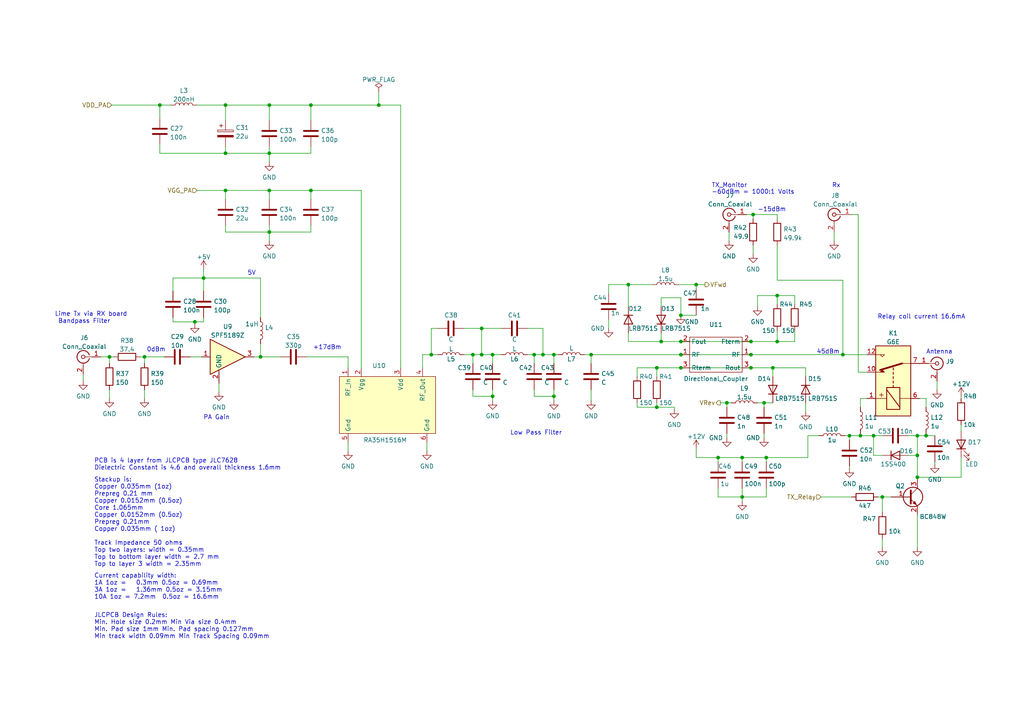
<source format=kicad_sch>
(kicad_sch (version 20211123) (generator eeschema)
  (paper "A4")
  (lib_symbols
    (symbol "1N4148_1" (pin_numbers hide) (pin_names hide)
      (property "Reference" "D" (at 0 2.54 0))
      (property "Value" "1N4148_1" (at 0 -2.54 0))
      (symbol "1N4148_1_0_1"
        (polyline (pts (xy -1.27 1.27) (xy -1.27 -1.27)) (stroke (width 0.254)))
        (polyline (pts (xy 1.27 0) (xy -1.27 0)))
        (polyline (pts (xy 1.27 1.27) (xy 1.27 -1.27) (xy -1.27 0) (xy 1.27 1.27)) (stroke (width 0.254)))
      )
      (symbol "1N4148_1_1_1"
        (pin passive line (at -3.81 0 0) (length 2.54) (name "K") (number "1"))
        (pin passive line (at 3.81 0 180) (length 2.54) (name "A") (number "2"))
      )
    )
    (symbol "1N4148_2" (pin_numbers hide) (pin_names hide)
      (property "Reference" "D" (at 0 2.54 0))
      (property "Value" "1N4148_2" (at 0 -2.54 0))
      (symbol "1N4148_2_0_1"
        (polyline (pts (xy -1.27 1.27) (xy -1.27 -1.27)) (stroke (width 0.254)))
        (polyline (pts (xy 1.27 0) (xy -1.27 0)))
        (polyline (pts (xy 1.27 1.27) (xy 1.27 -1.27) (xy -1.27 0) (xy 1.27 1.27)) (stroke (width 0.254)))
      )
      (symbol "1N4148_2_1_1"
        (pin passive line (at -3.81 0 0) (length 2.54) (name "K") (number "1"))
        (pin passive line (at 3.81 0 180) (length 2.54) (name "A") (number "2"))
      )
    )
    (symbol "1N4148_3" (pin_numbers hide) (pin_names hide)
      (property "Reference" "D" (at 0 2.54 0))
      (property "Value" "1N4148_3" (at 0 -2.54 0))
      (symbol "1N4148_3_0_1"
        (polyline (pts (xy -1.27 1.27) (xy -1.27 -1.27)) (stroke (width 0.254)))
        (polyline (pts (xy 1.27 0) (xy -1.27 0)))
        (polyline (pts (xy 1.27 1.27) (xy 1.27 -1.27) (xy -1.27 0) (xy 1.27 1.27)) (stroke (width 0.254)))
      )
      (symbol "1N4148_3_1_1"
        (pin passive line (at -3.81 0 0) (length 2.54) (name "K") (number "1"))
        (pin passive line (at 3.81 0 180) (length 2.54) (name "A") (number "2"))
      )
    )
    (symbol "1N4148_4" (pin_numbers hide) (pin_names hide)
      (property "Reference" "D" (at 0 2.54 0))
      (property "Value" "1N4148_4" (at 0 -2.54 0))
      (symbol "1N4148_4_0_1"
        (polyline (pts (xy -1.27 1.27) (xy -1.27 -1.27)) (stroke (width 0.254)))
        (polyline (pts (xy 1.27 0) (xy -1.27 0)))
        (polyline (pts (xy 1.27 1.27) (xy 1.27 -1.27) (xy -1.27 0) (xy 1.27 1.27)) (stroke (width 0.254)))
      )
      (symbol "1N4148_4_1_1"
        (pin passive line (at -3.81 0 0) (length 2.54) (name "K") (number "1"))
        (pin passive line (at 3.81 0 180) (length 2.54) (name "A") (number "2"))
      )
    )
    (symbol "Connector:Conn_Coaxial" (pin_names (offset 1.016) hide)
      (property "Reference" "J" (at 0.254 3.048 0))
      (property "Value" "Conn_Coaxial" (at 2.921 0 90))
      (symbol "Conn_Coaxial_0_1"
        (arc (start -1.778 -0.508) (mid 0.222 -1.808) (end 1.778 0) (stroke (width 0.254)))
        (polyline (pts (xy -2.54 0) (xy -0.508 0)))
        (polyline (pts (xy 0 -2.54) (xy 0 -1.778)))
        (circle (center 0 0) (radius 0.508) (stroke (width 0.2032)))
        (arc (start 1.778 0) (mid 0.222 1.8083) (end -1.778 0.508) (stroke (width 0.254)))
      )
      (symbol "Conn_Coaxial_1_1"
        (pin passive line (at -5.08 0 0) (length 2.54) (name "In") (number "1"))
        (pin passive line (at 0 -5.08 90) (length 2.54) (name "Ext") (number "2"))
      )
    )
    (symbol "Device:C" (pin_numbers hide) (pin_names (offset 0.254))
      (property "Reference" "C" (at 0.635 2.54 0))
      (property "Value" "C" (at 0.635 -2.54 0))
      (symbol "C_0_1"
        (polyline (pts (xy -2.032 -0.762) (xy 2.032 -0.762)) (stroke (width 0.508)))
        (polyline (pts (xy -2.032 0.762) (xy 2.032 0.762)) (stroke (width 0.508)))
      )
      (symbol "C_1_1"
        (pin passive line (at 0 3.81 270) (length 2.794) (name "~") (number "1"))
        (pin passive line (at 0 -3.81 90) (length 2.794) (name "~") (number "2"))
      )
    )
    (symbol "Device:C_Polarized" (pin_numbers hide) (pin_names (offset 0.254))
      (property "Reference" "C" (at 0.635 2.54 0))
      (property "Value" "C_Polarized" (at 0.635 -2.54 0))
      (symbol "C_Polarized_0_1"
        (rectangle (start -2.286 0.508) (end 2.286 1.016))
        (polyline (pts (xy -1.778 2.286) (xy -0.762 2.286)))
        (polyline (pts (xy -1.27 2.794) (xy -1.27 1.778)))
        (rectangle (start 2.286 -0.508) (end -2.286 -1.016) (fill (type outline)))
      )
      (symbol "C_Polarized_1_1"
        (pin passive line (at 0 3.81 270) (length 2.794) (name "~") (number "1"))
        (pin passive line (at 0 -3.81 90) (length 2.794) (name "~") (number "2"))
      )
    )
    (symbol "Device:L" (pin_numbers hide) (pin_names (offset 1.016) hide)
      (property "Reference" "L" (at -1.27 0 90))
      (property "Value" "L" (at 1.905 0 90))
      (symbol "L_0_1"
        (arc (start 0 -2.54) (mid 0.635 -1.905) (end 0 -1.27))
        (arc (start 0 -1.27) (mid 0.635 -0.635) (end 0 0))
        (arc (start 0 0) (mid 0.635 0.635) (end 0 1.27))
        (arc (start 0 1.27) (mid 0.635 1.905) (end 0 2.54))
      )
      (symbol "L_1_1"
        (pin passive line (at 0 3.81 270) (length 1.27) (name "1") (number "1"))
        (pin passive line (at 0 -3.81 90) (length 1.27) (name "2") (number "2"))
      )
    )
    (symbol "Device:LED" (pin_numbers hide) (pin_names (offset 1.016) hide)
      (property "Reference" "D" (at 0 2.54 0))
      (property "Value" "LED" (at 0 -2.54 0))
      (symbol "LED_0_1"
        (polyline (pts (xy -1.27 -1.27) (xy -1.27 1.27)) (stroke (width 0.254)))
        (polyline (pts (xy -1.27 0) (xy 1.27 0)))
        (polyline (pts (xy 1.27 -1.27) (xy 1.27 1.27) (xy -1.27 0) (xy 1.27 -1.27)) (stroke (width 0.254)))
        (polyline (pts (xy -3.048 -0.762) (xy -4.572 -2.286) (xy -3.81 -2.286) (xy -4.572 -2.286) (xy -4.572 -1.524)))
        (polyline (pts (xy -1.778 -0.762) (xy -3.302 -2.286) (xy -2.54 -2.286) (xy -3.302 -2.286) (xy -3.302 -1.524)))
      )
      (symbol "LED_1_1"
        (pin passive line (at -3.81 0 0) (length 2.54) (name "K") (number "1"))
        (pin passive line (at 3.81 0 180) (length 2.54) (name "A") (number "2"))
      )
    )
    (symbol "Device:R" (pin_numbers hide) (pin_names (offset 0))
      (property "Reference" "R" (at 2.032 0 90))
      (property "Value" "R" (at 0 0 90))
      (symbol "R_0_1"
        (rectangle (start -1.016 -2.54) (end 1.016 2.54) (stroke (width 0.254)))
      )
      (symbol "R_1_1"
        (pin passive line (at 0 3.81 270) (length 1.27) (name "~") (number "1"))
        (pin passive line (at 0 -3.81 90) (length 1.27) (name "~") (number "2"))
      )
    )
    (symbol "Diode:1N4148" (pin_numbers hide) (pin_names hide)
      (property "Reference" "D" (at 0 2.54 0))
      (property "Value" "1N4148" (at 0 -2.54 0))
      (symbol "1N4148_0_1"
        (polyline (pts (xy -1.27 1.27) (xy -1.27 -1.27)) (stroke (width 0.254)))
        (polyline (pts (xy 1.27 0) (xy -1.27 0)))
        (polyline (pts (xy 1.27 1.27) (xy 1.27 -1.27) (xy -1.27 0) (xy 1.27 1.27)) (stroke (width 0.254)))
      )
      (symbol "1N4148_1_1"
        (pin passive line (at -3.81 0 0) (length 2.54) (name "K") (number "1"))
        (pin passive line (at 3.81 0 180) (length 2.54) (name "A") (number "2"))
      )
    )
    (symbol "Pi_PA:Directional_Coupler"
      (property "Reference" "U?" (at -2.54 6.35 0))
      (property "Value" "Directional_Coupler" (at 1.27 -6.35 0))
      (symbol "Directional_Coupler_0_1"
        (rectangle (start -7.62 5.08) (end 7.62 -5.08) (stroke (width 0.1524)))
      )
      (symbol "Directional_Coupler_1_1"
        (pin passive line (at -10.16 0 0) (length 2.54) (name "RF") (number "1"))
        (pin passive line (at 10.16 0 180) (length 2.54) (name "RF") (number "1"))
        (pin passive line (at -10.16 3.81 0) (length 2.54) (name "Fout") (number "2"))
        (pin passive line (at 10.16 3.81 180) (length 2.54) (name "Fterm") (number "2"))
        (pin passive line (at 10.16 -3.81 180) (length 2.54) (name "Rout") (number "3"))
        (pin passive line (at -10.16 -3.81 0) (length 2.54) (name "Rterm") (number "3"))
      )
    )
    (symbol "Pi_PA:RA35H1516M"
      (property "Reference" "U" (at -17.78 10.16 0))
      (property "Value" "RA35H1516M" (at 0 -10.16 0))
      (symbol "RA35H1516M_0_1"
        (rectangle (start -13.97 -7.62) (end 13.97 8.89) (stroke (width 0.1524)) (fill (type background)))
      )
      (symbol "RA35H1516M_1_1"
        (pin input line (at -11.43 11.43 270) (length 2.54) (name "RF_In") (number "1"))
        (pin power_in line (at -7.62 11.43 270) (length 2.54) (name "Vgg") (number "2"))
        (pin power_in line (at 3.81 11.43 270) (length 2.54) (name "Vdd") (number "3"))
        (pin output line (at 10.16 11.43 270) (length 2.54) (name "RF_Out") (number "4"))
        (pin power_in line (at -11.43 -10.16 90) (length 2.54) (name "Gnd") (number "5"))
        (pin power_in line (at 11.43 -10.16 90) (length 2.54) (name "Gnd") (number "6"))
      )
    )
    (symbol "RF_Amplifier:SPF5189Z"
      (property "Reference" "U" (at -1.27 7.62 0))
      (property "Value" "SPF5189Z" (at 2.54 5.08 0))
      (symbol "SPF5189Z_0_1"
        (polyline (pts (xy 5.08 0) (xy -5.08 5.08) (xy -5.08 -5.08) (xy 5.08 0)) (stroke (width 0.254)) (fill (type background)))
      )
      (symbol "SPF5189Z_1_1"
        (pin input line (at -7.62 0 0) (length 2.54) (name "~") (number "1"))
        (pin power_in line (at -2.54 -7.62 90) (length 3.81) (name "GND") (number "2"))
        (pin output line (at 7.62 0 180) (length 2.54) (name "~") (number "3"))
      )
    )
    (symbol "Relay:G6E"
      (property "Reference" "K" (at 11.43 3.81 0))
      (property "Value" "G6E" (at 11.43 1.27 0))
      (symbol "G6E_0_0"
        (polyline (pts (xy 7.62 5.08) (xy 7.62 2.54) (xy 6.985 3.175) (xy 7.62 3.81)))
        (text "+" (at -4.064 3.556 0) (effects (font (size 1.524 1.524))))
      )
      (symbol "G6E_0_1"
        (rectangle (start -10.16 5.08) (end 10.16 -5.08) (stroke (width 0.254)) (fill (type background)))
        (rectangle (start -8.255 1.905) (end -1.905 -1.905) (stroke (width 0.254)))
        (polyline (pts (xy -7.62 -1.905) (xy -2.54 1.905)) (stroke (width 0.254)))
        (polyline (pts (xy -5.08 -5.08) (xy -5.08 -1.905)))
        (polyline (pts (xy -5.08 5.08) (xy -5.08 1.905)))
        (polyline (pts (xy -1.905 0) (xy -1.27 0)) (stroke (width 0.254)))
        (polyline (pts (xy -0.635 0) (xy 0 0)) (stroke (width 0.254)))
        (polyline (pts (xy 0.635 0) (xy 1.27 0)) (stroke (width 0.254)))
        (polyline (pts (xy 1.905 0) (xy 2.54 0)) (stroke (width 0.254)))
        (polyline (pts (xy 3.175 0) (xy 3.81 0)) (stroke (width 0.254)))
        (polyline (pts (xy 5.08 -2.54) (xy 3.175 3.81)) (stroke (width 0.508)))
        (polyline (pts (xy 5.08 -2.54) (xy 5.08 -5.08)))
        (polyline (pts (xy 2.54 5.08) (xy 2.54 2.54) (xy 3.175 3.175) (xy 2.54 3.81)) (fill (type outline)))
      )
      (symbol "G6E_1_1"
        (pin passive line (at -5.08 7.62 270) (length 2.54) (name "~") (number "1"))
        (pin passive line (at 2.54 7.62 270) (length 2.54) (name "~") (number "10"))
        (pin passive line (at 7.62 7.62 270) (length 2.54) (name "~") (number "12"))
        (pin passive line (at -5.08 -7.62 90) (length 2.54) (name "~") (number "6"))
        (pin passive line (at 5.08 -7.62 90) (length 2.54) (name "~") (number "7"))
      )
    )
    (symbol "Transistor_BJT:BC848W" (pin_names (offset 0) hide)
      (property "Reference" "Q" (at 5.08 1.905 0))
      (property "Value" "BC848W" (at 5.08 0 0))
      (symbol "BC848W_0_1"
        (polyline (pts (xy 0.635 0.635) (xy 2.54 2.54)))
        (polyline (pts (xy 0.635 -0.635) (xy 2.54 -2.54) (xy 2.54 -2.54)))
        (polyline (pts (xy 0.635 1.905) (xy 0.635 -1.905) (xy 0.635 -1.905)) (stroke (width 0.508)))
        (polyline (pts (xy 1.27 -1.778) (xy 1.778 -1.27) (xy 2.286 -2.286) (xy 1.27 -1.778) (xy 1.27 -1.778)) (fill (type outline)))
        (circle (center 1.27 0) (radius 2.8194) (stroke (width 0.254)))
      )
      (symbol "BC848W_1_1"
        (pin input line (at -5.08 0 0) (length 5.715) (name "B") (number "1"))
        (pin passive line (at 2.54 -5.08 90) (length 2.54) (name "E") (number "2"))
        (pin passive line (at 2.54 5.08 270) (length 2.54) (name "C") (number "3"))
      )
    )
    (symbol "power:+12V" (power) (pin_names (offset 0))
      (property "Value" "+12V" (at 0 3.556 0))
      (symbol "+12V_0_1"
        (polyline (pts (xy -0.762 1.27) (xy 0 2.54)))
        (polyline (pts (xy 0 0) (xy 0 2.54)))
        (polyline (pts (xy 0 2.54) (xy 0.762 1.27)))
      )
      (symbol "+12V_1_1"
        (pin power_in line (at 0 0 90) (length 0) hide (name "+12V") (number "1"))
      )
    )
    (symbol "power:+5V" (power) (pin_names (offset 0))
      (property "Value" "+5V" (at 0 3.556 0))
      (symbol "+5V_0_1"
        (polyline (pts (xy -0.762 1.27) (xy 0 2.54)))
        (polyline (pts (xy 0 0) (xy 0 2.54)))
        (polyline (pts (xy 0 2.54) (xy 0.762 1.27)))
      )
      (symbol "+5V_1_1"
        (pin power_in line (at 0 0 90) (length 0) hide (name "+5V") (number "1"))
      )
    )
    (symbol "power:GND" (power) (pin_names (offset 0))
      (property "Value" "GND" (at 0 -3.81 0))
      (symbol "GND_0_1"
        (polyline (pts (xy 0 0) (xy 0 -1.27) (xy 1.27 -1.27) (xy 0 -2.54) (xy -1.27 -1.27) (xy 0 -1.27)))
      )
      (symbol "GND_1_1"
        (pin power_in line (at 0 0 270) (length 0) hide (name "GND") (number "1"))
      )
    )
    (symbol "power:PWR_FLAG" (power) (pin_numbers hide) (pin_names (offset 0) hide)
      (property "Value" "PWR_FLAG" (at 0 3.81 0))
      (symbol "PWR_FLAG_0_0"
        (pin power_out line (at 0 0 90) (length 0) (name "pwr") (number "1"))
      )
      (symbol "PWR_FLAG_0_1"
        (polyline (pts (xy 0 0) (xy 0 1.27) (xy -1.016 1.905) (xy 0 2.54) (xy 1.016 1.905) (xy 0 1.27)))
      )
    )
  )
  (junction (at 266.065 126.365))
  (junction (at 157.48 102.87))
  (junction (at 78.105 55.245))
  (junction (at 197.485 91.44))
  (junction (at 46.355 30.48))
  (junction (at 217.805 102.87))
  (junction (at 222.25 132.715))
  (junction (at 65.405 44.45))
  (junction (at 109.855 30.48))
  (junction (at 75.565 103.505))
  (junction (at 78.105 44.45))
  (junction (at 225.425 99.06))
  (junction (at 31.75 103.505))
  (junction (at 217.805 99.06))
  (junction (at 160.655 114.935))
  (junction (at 268.605 126.365))
  (junction (at 244.475 102.87))
  (junction (at 197.485 106.68))
  (junction (at 90.17 30.48))
  (junction (at 56.515 93.345))
  (junction (at 266.065 132.08))
  (junction (at 78.105 67.31))
  (junction (at 197.485 102.87))
  (junction (at 139.7 95.25))
  (junction (at 125.095 102.87))
  (junction (at 221.615 116.84))
  (junction (at 65.405 55.245))
  (junction (at 266.065 138.43))
  (junction (at 59.055 80.645))
  (junction (at 217.805 106.68))
  (junction (at 255.905 144.145))
  (junction (at 208.28 132.715))
  (junction (at 142.875 102.87))
  (junction (at 197.485 99.06))
  (junction (at 253.365 126.365))
  (junction (at 160.655 102.87))
  (junction (at 142.875 114.935))
  (junction (at 225.425 85.725))
  (junction (at 215.265 132.715))
  (junction (at 78.105 30.48))
  (junction (at 218.44 62.23))
  (junction (at 210.82 116.84))
  (junction (at 41.91 103.505))
  (junction (at 191.77 99.06))
  (junction (at 215.265 144.145))
  (junction (at 190.5 118.11))
  (junction (at 154.94 102.87))
  (junction (at 224.155 106.68))
  (junction (at 171.45 102.87))
  (junction (at 246.38 126.365))
  (junction (at 201.93 82.55))
  (junction (at 90.17 55.245))
  (junction (at 137.16 102.87))
  (junction (at 139.7 102.87))
  (junction (at 190.5 106.68))
  (junction (at 182.245 82.55))
  (junction (at 249.555 126.365))
  (junction (at 65.405 30.48))
  (wire (pts (xy 215.265 141.605) (xy 215.265 144.145)))
  (wire (pts (xy 234.315 132.715) (xy 234.315 126.365)))
  (wire (pts (xy 251.46 115.57) (xy 249.555 115.57)))
  (wire (pts (xy 271.145 133.985) (xy 271.145 134.62)))
  (wire (pts (xy 263.525 132.08) (xy 266.065 132.08)))
  (wire (pts (xy 75.565 99.695) (xy 75.565 103.505)))
  (wire (pts (xy 216.535 62.23) (xy 218.44 62.23)))
  (wire (pts (xy 78.105 55.245) (xy 90.17 55.245)))
  (wire (pts (xy 125.095 95.25) (xy 125.095 102.87)))
  (wire (pts (xy 49.53 30.48) (xy 46.355 30.48)))
  (wire (pts (xy 134.62 95.25) (xy 139.7 95.25)))
  (wire (pts (xy 249.555 126.365) (xy 246.38 126.365)))
  (wire (pts (xy 65.405 65.405) (xy 65.405 67.31)))
  (wire (pts (xy 104.775 106.68) (xy 104.775 55.245)))
  (wire (pts (xy 225.425 99.06) (xy 230.505 99.06)))
  (wire (pts (xy 78.105 67.31) (xy 90.17 67.31)))
  (wire (pts (xy 268.605 126.365) (xy 268.605 125.73)))
  (wire (pts (xy 41.91 103.505) (xy 47.625 103.505)))
  (wire (pts (xy 56.515 93.345) (xy 59.055 93.345)))
  (wire (pts (xy 225.425 62.23) (xy 225.425 63.5)))
  (wire (pts (xy 230.505 99.06) (xy 230.505 95.885)))
  (wire (pts (xy 224.155 106.68) (xy 224.155 109.22)))
  (wire (pts (xy 197.485 102.87) (xy 217.805 102.87)))
  (wire (pts (xy 208.915 116.84) (xy 210.82 116.84)))
  (wire (pts (xy 195.58 118.11) (xy 195.58 118.745)))
  (wire (pts (xy 219.71 85.725) (xy 225.425 85.725)))
  (wire (pts (xy 63.5 111.125) (xy 63.5 113.665)))
  (wire (pts (xy 246.38 135.255) (xy 246.38 135.89)))
  (wire (pts (xy 90.17 30.48) (xy 109.855 30.48)))
  (wire (pts (xy 268.605 115.57) (xy 268.605 118.11)))
  (wire (pts (xy 160.655 116.205) (xy 160.655 114.935)))
  (wire (pts (xy 233.68 116.84) (xy 233.68 119.38)))
  (wire (pts (xy 191.77 96.52) (xy 191.77 99.06)))
  (wire (pts (xy 225.425 95.885) (xy 225.425 99.06)))
  (wire (pts (xy 191.77 86.36) (xy 191.77 88.9)))
  (wire (pts (xy 266.065 132.08) (xy 266.065 138.43)))
  (wire (pts (xy 59.055 80.645) (xy 75.565 80.645)))
  (wire (pts (xy 41.91 103.505) (xy 41.91 105.41)))
  (wire (pts (xy 253.365 126.365) (xy 253.365 132.08)))
  (wire (pts (xy 139.7 95.25) (xy 139.7 102.87)))
  (wire (pts (xy 160.655 105.41) (xy 160.655 102.87)))
  (wire (pts (xy 29.21 103.505) (xy 31.75 103.505)))
  (wire (pts (xy 24.13 108.585) (xy 24.13 110.49)))
  (wire (pts (xy 78.105 55.245) (xy 78.105 57.785)))
  (wire (pts (xy 210.82 125.73) (xy 210.82 127)))
  (wire (pts (xy 75.565 103.505) (xy 81.28 103.505)))
  (wire (pts (xy 233.68 106.68) (xy 233.68 109.22)))
  (wire (pts (xy 142.875 116.205) (xy 142.875 114.935)))
  (wire (pts (xy 246.38 126.365) (xy 246.38 127.635)))
  (wire (pts (xy 225.425 71.12) (xy 225.425 81.28)))
  (wire (pts (xy 271.78 110.49) (xy 271.78 113.03)))
  (wire (pts (xy 59.055 92.075) (xy 59.055 93.345)))
  (wire (pts (xy 184.785 106.68) (xy 184.785 109.22)))
  (wire (pts (xy 278.765 132.715) (xy 278.765 138.43)))
  (wire (pts (xy 157.48 102.87) (xy 160.655 102.87)))
  (wire (pts (xy 191.77 99.06) (xy 197.485 99.06)))
  (wire (pts (xy 217.805 102.87) (xy 244.475 102.87)))
  (wire (pts (xy 78.105 30.48) (xy 90.17 30.48)))
  (wire (pts (xy 171.45 102.87) (xy 171.45 105.41)))
  (wire (pts (xy 219.71 88.9) (xy 219.71 85.725)))
  (wire (pts (xy 266.065 126.365) (xy 268.605 126.365)))
  (wire (pts (xy 217.805 99.06) (xy 225.425 99.06)))
  (wire (pts (xy 184.785 118.11) (xy 190.5 118.11)))
  (wire (pts (xy 210.82 116.84) (xy 212.09 116.84)))
  (wire (pts (xy 208.28 144.145) (xy 215.265 144.145)))
  (wire (pts (xy 201.93 132.715) (xy 208.28 132.715)))
  (wire (pts (xy 65.405 57.785) (xy 65.405 55.245)))
  (wire (pts (xy 197.485 91.44) (xy 197.485 86.36)))
  (wire (pts (xy 215.265 144.145) (xy 222.25 144.145)))
  (wire (pts (xy 176.53 82.55) (xy 176.53 85.09)))
  (wire (pts (xy 190.5 106.68) (xy 190.5 109.22)))
  (wire (pts (xy 221.615 116.84) (xy 221.615 118.11)))
  (wire (pts (xy 182.245 96.52) (xy 182.245 99.06)))
  (wire (pts (xy 154.94 102.87) (xy 154.94 105.41)))
  (wire (pts (xy 255.905 144.145) (xy 255.905 148.59)))
  (wire (pts (xy 215.265 132.715) (xy 215.265 133.985)))
  (wire (pts (xy 208.28 132.715) (xy 215.265 132.715)))
  (wire (pts (xy 190.5 106.68) (xy 197.485 106.68)))
  (wire (pts (xy 215.265 132.715) (xy 222.25 132.715)))
  (wire (pts (xy 247.015 62.23) (xy 248.92 62.23)))
  (wire (pts (xy 123.825 128.27) (xy 123.825 130.81)))
  (wire (pts (xy 278.765 123.19) (xy 278.765 125.095)))
  (wire (pts (xy 221.615 116.84) (xy 224.155 116.84)))
  (wire (pts (xy 197.485 91.44) (xy 201.93 91.44)))
  (wire (pts (xy 253.365 132.08) (xy 255.905 132.08)))
  (wire (pts (xy 65.405 67.31) (xy 78.105 67.31)))
  (wire (pts (xy 153.035 95.25) (xy 157.48 95.25)))
  (wire (pts (xy 65.405 30.48) (xy 57.15 30.48)))
  (wire (pts (xy 31.75 103.505) (xy 33.02 103.505)))
  (wire (pts (xy 218.44 71.12) (xy 218.44 73.66)))
  (wire (pts (xy 201.93 82.55) (xy 204.47 82.55)))
  (wire (pts (xy 249.555 126.365) (xy 249.555 125.73)))
  (wire (pts (xy 78.105 65.405) (xy 78.105 67.31)))
  (wire (pts (xy 56.515 93.345) (xy 56.515 93.98)))
  (wire (pts (xy 225.425 81.28) (xy 244.475 81.28)))
  (wire (pts (xy 197.485 99.06) (xy 217.805 99.06)))
  (wire (pts (xy 208.28 141.605) (xy 208.28 144.145)))
  (wire (pts (xy 50.165 93.345) (xy 56.515 93.345)))
  (wire (pts (xy 266.7 115.57) (xy 268.605 115.57)))
  (wire (pts (xy 139.7 102.87) (xy 142.875 102.87)))
  (wire (pts (xy 266.065 138.43) (xy 278.765 138.43)))
  (wire (pts (xy 78.105 44.45) (xy 78.105 46.99)))
  (wire (pts (xy 210.82 116.84) (xy 210.82 118.11)))
  (wire (pts (xy 266.065 149.225) (xy 266.065 158.75)))
  (wire (pts (xy 196.85 82.55) (xy 201.93 82.55)))
  (wire (pts (xy 222.25 132.715) (xy 234.315 132.715)))
  (wire (pts (xy 109.855 30.48) (xy 116.205 30.48)))
  (wire (pts (xy 224.155 106.68) (xy 233.68 106.68)))
  (wire (pts (xy 50.165 80.645) (xy 59.055 80.645)))
  (wire (pts (xy 153.035 102.87) (xy 154.94 102.87)))
  (wire (pts (xy 127 95.25) (xy 125.095 95.25)))
  (wire (pts (xy 169.545 102.87) (xy 171.45 102.87)))
  (wire (pts (xy 248.92 107.95) (xy 251.46 107.95)))
  (wire (pts (xy 46.355 30.48) (xy 46.355 34.29)))
  (wire (pts (xy 255.905 126.365) (xy 253.365 126.365)))
  (wire (pts (xy 65.405 30.48) (xy 65.405 34.925)))
  (wire (pts (xy 266.065 132.08) (xy 266.065 126.365)))
  (wire (pts (xy 221.615 125.73) (xy 221.615 127)))
  (wire (pts (xy 254.635 144.145) (xy 255.905 144.145)))
  (wire (pts (xy 78.105 67.31) (xy 78.105 69.85)))
  (wire (pts (xy 137.16 114.935) (xy 137.16 113.03)))
  (wire (pts (xy 176.53 82.55) (xy 182.245 82.55)))
  (wire (pts (xy 184.785 106.68) (xy 190.5 106.68)))
  (wire (pts (xy 241.935 67.31) (xy 241.935 69.85)))
  (wire (pts (xy 90.17 44.45) (xy 90.17 42.545)))
  (wire (pts (xy 160.655 114.935) (xy 154.94 114.935)))
  (wire (pts (xy 142.875 113.03) (xy 142.875 114.935)))
  (wire (pts (xy 244.475 102.87) (xy 251.46 102.87)))
  (wire (pts (xy 197.485 86.36) (xy 191.77 86.36)))
  (wire (pts (xy 90.17 55.245) (xy 104.775 55.245)))
  (wire (pts (xy 46.355 41.91) (xy 46.355 44.45)))
  (wire (pts (xy 142.875 102.87) (xy 145.415 102.87)))
  (wire (pts (xy 125.095 102.87) (xy 127 102.87)))
  (wire (pts (xy 182.245 99.06) (xy 191.77 99.06)))
  (wire (pts (xy 154.94 102.87) (xy 157.48 102.87)))
  (wire (pts (xy 160.655 113.03) (xy 160.655 114.935)))
  (wire (pts (xy 46.355 30.48) (xy 32.385 30.48)))
  (wire (pts (xy 190.5 118.11) (xy 195.58 118.11)))
  (wire (pts (xy 78.105 34.925) (xy 78.105 30.48)))
  (wire (pts (xy 90.17 30.48) (xy 90.17 34.925)))
  (wire (pts (xy 255.905 156.21) (xy 255.905 158.75)))
  (wire (pts (xy 197.485 106.68) (xy 217.805 106.68)))
  (wire (pts (xy 65.405 42.545) (xy 65.405 44.45)))
  (wire (pts (xy 78.105 42.545) (xy 78.105 44.45)))
  (wire (pts (xy 142.875 102.87) (xy 142.875 105.41)))
  (wire (pts (xy 171.45 102.87) (xy 197.485 102.87)))
  (wire (pts (xy 176.53 92.71) (xy 176.53 95.25)))
  (wire (pts (xy 215.265 144.145) (xy 215.265 145.415)))
  (wire (pts (xy 182.245 82.55) (xy 189.23 82.55)))
  (wire (pts (xy 31.75 113.03) (xy 31.75 115.57)))
  (wire (pts (xy 249.555 115.57) (xy 249.555 118.11)))
  (wire (pts (xy 278.765 114.935) (xy 278.765 115.57)))
  (wire (pts (xy 40.64 103.505) (xy 41.91 103.505)))
  (wire (pts (xy 78.105 44.45) (xy 90.17 44.45)))
  (wire (pts (xy 218.44 62.23) (xy 225.425 62.23)))
  (wire (pts (xy 50.165 80.645) (xy 50.165 84.455)))
  (wire (pts (xy 171.45 113.03) (xy 171.45 116.205)))
  (wire (pts (xy 184.785 116.84) (xy 184.785 118.11)))
  (wire (pts (xy 90.17 67.31) (xy 90.17 65.405)))
  (wire (pts (xy 238.125 144.145) (xy 247.015 144.145)))
  (wire (pts (xy 255.905 144.145) (xy 258.445 144.145)))
  (wire (pts (xy 142.875 114.935) (xy 137.16 114.935)))
  (wire (pts (xy 182.245 82.55) (xy 182.245 88.9)))
  (wire (pts (xy 160.655 102.87) (xy 161.925 102.87)))
  (wire (pts (xy 137.16 105.41) (xy 137.16 102.87)))
  (wire (pts (xy 234.315 126.365) (xy 237.49 126.365)))
  (wire (pts (xy 248.92 62.23) (xy 248.92 107.95)))
  (wire (pts (xy 244.475 81.28) (xy 244.475 102.87)))
  (wire (pts (xy 73.66 103.505) (xy 75.565 103.505)))
  (wire (pts (xy 100.965 128.27) (xy 100.965 130.81)))
  (wire (pts (xy 55.245 103.505) (xy 58.42 103.505)))
  (wire (pts (xy 46.355 44.45) (xy 65.405 44.45)))
  (wire (pts (xy 211.455 67.31) (xy 211.455 69.85)))
  (wire (pts (xy 154.94 114.935) (xy 154.94 113.03)))
  (wire (pts (xy 90.17 55.245) (xy 90.17 57.785)))
  (wire (pts (xy 65.405 44.45) (xy 78.105 44.45)))
  (wire (pts (xy 59.055 80.645) (xy 59.055 84.455)))
  (wire (pts (xy 59.055 78.105) (xy 59.055 80.645)))
  (wire (pts (xy 116.205 30.48) (xy 116.205 106.68)))
  (wire (pts (xy 263.525 126.365) (xy 266.065 126.365)))
  (wire (pts (xy 75.565 92.075) (xy 75.565 80.645)))
  (wire (pts (xy 57.15 55.245) (xy 65.405 55.245)))
  (wire (pts (xy 201.93 130.175) (xy 201.93 132.715)))
  (wire (pts (xy 218.44 62.23) (xy 218.44 63.5)))
  (wire (pts (xy 253.365 126.365) (xy 249.555 126.365)))
  (wire (pts (xy 230.505 85.725) (xy 230.505 88.265)))
  (wire (pts (xy 134.62 102.87) (xy 137.16 102.87)))
  (wire (pts (xy 266.065 138.43) (xy 266.065 139.065)))
  (wire (pts (xy 41.91 113.03) (xy 41.91 115.57)))
  (wire (pts (xy 208.28 133.985) (xy 208.28 132.715)))
  (wire (pts (xy 122.555 102.87) (xy 125.095 102.87)))
  (wire (pts (xy 31.75 103.505) (xy 31.75 105.41)))
  (wire (pts (xy 88.9 103.505) (xy 100.965 103.505)))
  (wire (pts (xy 100.965 103.505) (xy 100.965 106.68)))
  (wire (pts (xy 109.855 26.67) (xy 109.855 30.48)))
  (wire (pts (xy 201.93 82.55) (xy 201.93 83.82)))
  (wire (pts (xy 137.16 102.87) (xy 139.7 102.87)))
  (wire (pts (xy 50.165 92.075) (xy 50.165 93.345)))
  (wire (pts (xy 222.25 144.145) (xy 222.25 141.605)))
  (wire (pts (xy 245.11 126.365) (xy 246.38 126.365)))
  (wire (pts (xy 225.425 85.725) (xy 230.505 85.725)))
  (wire (pts (xy 225.425 85.725) (xy 225.425 88.265)))
  (wire (pts (xy 139.7 95.25) (xy 145.415 95.25)))
  (wire (pts (xy 65.405 55.245) (xy 78.105 55.245)))
  (wire (pts (xy 219.71 116.84) (xy 221.615 116.84)))
  (wire (pts (xy 222.25 132.715) (xy 222.25 133.985)))
  (wire (pts (xy 157.48 95.25) (xy 157.48 102.87)))
  (wire (pts (xy 122.555 106.68) (xy 122.555 102.87)))
  (wire (pts (xy 217.805 106.68) (xy 224.155 106.68)))
  (wire (pts (xy 268.605 126.365) (xy 271.145 126.365)))
  (wire (pts (xy 190.5 116.84) (xy 190.5 118.11)))
  (wire (pts (xy 65.405 30.48) (xy 78.105 30.48)))
  (text "JLCPCB Design Rules:\nMin. Hole size 0.2mm Min Via size 0.4mm\nMin. Pad size 1mm Min. Pad spacing 0.127mm\nMin track width 0.09mm Min Track Spacing 0.09mm" (at 27.305 185.42 0) (effects (font (size 1.27 1.27)) (justify left bottom)))
  (text "+17dBm" (at 99.06 101.6 180) (effects (font (size 1.27 1.27)) (justify right bottom)))
  (text "Stackup is:\nCopper 0.035mm (1oz)\nPrepreg 0.21 mm\nCopper 0.0152mm (0.5oz)\nCore 1.065mm\nCopper 0.0152mm (0.5oz)\nPrepreg 0.21mm\nCopper 0.035mm ( 1oz)" (at 27.305 154.305 0) (effects (font (size 1.27 1.27)) (justify left bottom)))
  (text "Current capability width:\n1A 1oz =   0.3mm 0.5oz = 0.69mm\n3A 1oz =   1.36mm 0.5oz = 3.15mm\n10A 1oz = 7.2mm  0.5oz = 16.6mm" (at 27.305 173.99 0) (effects (font (size 1.27 1.27)) (justify left bottom)))
  (text "Antenna" (at 268.605 102.87 0) (effects (font (size 1.27 1.27)) (justify left bottom)))
  (text "PA Gain" (at 66.675 121.92 180) (effects (font (size 1.27 1.27)) (justify right bottom)))
  (text "TX_Monitor" (at 206.375 54.61 0) (effects (font (size 1.27 1.27)) (justify left bottom)))
  (text "45dBm\n" (at 236.855 102.87 0) (effects (font (size 1.27 1.27)) (justify left bottom)))
  (text "Lime Tx via RX board\n Bandpass Filter" (at 15.875 93.98 0) (effects (font (size 1.27 1.27)) (justify left bottom)))
  (text "0dBm" (at 42.545 102.235 0) (effects (font (size 1.27 1.27)) (justify left bottom)))
  (text "5V" (at 71.755 80.01 0) (effects (font (size 1.27 1.27)) (justify left bottom)))
  (text "Low Pass Filter" (at 147.955 126.365 0) (effects (font (size 1.27 1.27)) (justify left bottom)))
  (text "-60dBm = 1000:1 Volts" (at 206.375 56.515 0) (effects (font (size 1.27 1.27)) (justify left bottom)))
  (text "-15dBm" (at 219.71 61.595 0) (effects (font (size 1.27 1.27)) (justify left bottom)))
  (text "Track Impedance 50 ohms\nTop two layers: width = 0.35mm\nTop to bottom layer width = 2.7 mm\nTop to layer 3 width = 2.35mm" (at 27.305 164.465 0) (effects (font (size 1.27 1.27)) (justify left bottom)))
  (text "Rx" (at 241.3 54.61 0) (effects (font (size 1.27 1.27)) (justify left bottom)))
  (text "Relay coil current 16.6mA\n" (at 280.035 92.71 180) (effects (font (size 1.27 1.27)) (justify right bottom)))
  (text "PCB is 4 layer from JLCPCB type JLC7628\nDielectric Constant is 4.6 and overall thickness 1.6mm" (at 27.305 136.525 0) (effects (font (size 1.27 1.27)) (justify left bottom)))
  (hierarchical_label "TX_Relay" (shape input) (at 238.125 144.145 180))
  (hierarchical_label "VRev" (shape output) (at 208.915 116.84 180))
  (hierarchical_label "VDD_PA" (shape input) (at 32.385 30.48 180))
  (hierarchical_label "VGG_PA" (shape input) (at 57.15 55.245 180))
  (hierarchical_label "VFwd" (shape output) (at 204.47 82.55 0))
  (symbol (lib_id "power:GND") (at 197.485 91.44 0) (unit 1)
    (property "Reference" "#PWR085" (effects hide))
    (property "Value" "GND" (at 200.66 93.345 0))
  )
  (symbol (lib_id "Device:R") (at 225.425 67.31 0) (unit 1)
    (property "Reference" "R43" (at 227.203 66.4753 0) (effects (justify left)))
    (property "Value" "49.9k" (at 227.203 69.0122 0) (effects (justify left)))
    (property "Footprint" "Resistor_SMD:R_0603_1608Metric" (effects hide))
  )
  (symbol (lib_id "Device:R") (at 250.825 144.145 270) (unit 1)
    (property "Reference" "R46" (at 250.825 141.605 90))
    (property "Value" "4k7" (at 250.825 146.685 90))
    (property "Footprint" "Resistor_SMD:R_0603_1608Metric" (effects hide))
  )
  (symbol (lib_id "Device:C") (at 51.435 103.505 270) (unit 1)
    (property "Reference" "C29" (at 51.435 97.6462 90))
    (property "Value" "10n" (at 51.435 100.1831 90))
    (property "Footprint" "Capacitor_SMD:C_0603_1608Metric" (effects hide))
  )
  (symbol (lib_id "power:GND") (at 41.91 115.57 0) (unit 1)
    (property "Reference" "#PWR072" (effects hide))
    (property "Value" "GND" (at 41.91 120.0134 0))
  )
  (symbol (lib_id "power:GND") (at 195.58 118.745 0) (unit 1)
    (property "Reference" "#PWR084" (effects hide))
    (property "Value" "GND" (at 195.58 123.1884 0))
  )
  (symbol (lib_id "Device:L") (at 75.565 95.885 0) (unit 1)
    (property "Reference" "L4" (at 76.835 95.0503 0) (effects (justify left)))
    (property "Value" "1uH" (at 71.12 93.98 0) (effects (justify left)))
    (property "Footprint" "Inductor_SMD:L_0805_2012Metric" (effects hide))
  )
  (symbol (lib_id "power:+12V") (at 201.93 130.175 0) (unit 1)
    (property "Reference" "#PWR083" (effects hide))
    (property "Value" "+12V" (at 201.93 126.5992 0))
  )
  (symbol (lib_id "power:GND") (at 176.53 95.25 0) (unit 1)
    (property "Reference" "#PWR081" (effects hide))
    (property "Value" "GND" (at 173.355 95.25 0))
  )
  (symbol (lib_id "Device:C") (at 210.82 121.92 0) (unit 1)
    (property "Reference" "C48" (at 213.741 121.0853 0) (effects (justify left)))
    (property "Value" "1n" (at 213.741 123.6222 0) (effects (justify left)))
    (property "Footprint" "Capacitor_SMD:C_0603_1608Metric" (effects hide))
  )
  (symbol (lib_id "Device:L") (at 215.9 116.84 90) (unit 1)
    (property "Reference" "L9" (at 215.9 112.6322 90))
    (property "Value" "1.5u" (at 215.9 115.1691 90))
    (property "Footprint" "Inductor_SMD:L_0805_2012Metric" (effects hide))
  )
  (symbol (lib_id "Device:C") (at 222.25 137.795 0) (unit 1)
    (property "Reference" "C50" (at 222.885 135.255 0) (effects (justify left)))
    (property "Value" "100p" (at 222.885 140.335 0) (effects (justify left)))
    (property "Footprint" "Capacitor_SMD:C_0603_1608Metric" (effects hide))
  )
  (symbol (lib_name "1N4148_3") (lib_id "Diode:1N4148") (at 259.715 132.08 0) (unit 1)
    (property "Reference" "D16" (at 262.89 130.81 0))
    (property "Value" "1SS400" (at 259.08 134.62 0))
    (property "Footprint" "Diode_SMD:D_SOD-523" (effects hide))
    (property "Datasheet" "https://assets.nexperia.com/documents/data-sheet/1N4148_1N4448.pdf" (effects hide))
  )
  (symbol (lib_id "Device:C") (at 154.94 109.22 0) (unit 1)
    (property "Reference" "C42" (at 150.495 106.68 0) (effects (justify left)))
    (property "Value" "C" (at 157.861 110.9222 0) (effects (justify left)))
    (property "Footprint" "Inductor_SMD:L_1206_3216Metric" (effects hide))
  )
  (symbol (lib_id "Device:C") (at 176.53 88.9 0) (unit 1)
    (property "Reference" "C44" (at 172.085 86.36 0) (effects (justify left)))
    (property "Value" "1n" (at 177.165 90.805 0) (effects (justify left)))
    (property "Footprint" "Capacitor_SMD:C_0603_1608Metric" (effects hide))
  )
  (symbol (lib_id "power:GND") (at 56.515 93.98 0) (unit 1)
    (property "Reference" "#PWR073" (effects hide))
    (property "Value" "GND" (at 56.515 98.4234 0))
  )
  (symbol (lib_id "power:GND") (at 255.905 158.75 0) (unit 1)
    (property "Reference" "#PWR095" (effects hide))
    (property "Value" "GND" (at 255.905 163.1934 0))
  )
  (symbol (lib_id "power:GND") (at 271.78 113.03 0) (unit 1)
    (property "Reference" "#PWR098" (effects hide))
    (property "Value" "GND" (at 271.78 117.4734 0))
  )
  (symbol (lib_id "Device:L") (at 53.34 30.48 90) (unit 1)
    (property "Reference" "L3" (at 53.34 26.2722 90))
    (property "Value" "200nH" (at 53.34 28.8091 90))
    (property "Footprint" "Inductor_SMD:L_1812_4532Metric" (effects hide))
  )
  (symbol (lib_id "Device:C_Polarized") (at 65.405 38.735 0) (unit 1)
    (property "Reference" "C31" (at 68.326 37.0113 0) (effects (justify left)))
    (property "Value" "22u" (at 68.326 39.5482 0) (effects (justify left)))
    (property "Footprint" "Capacitor_SMD:CP_Elec_8x6.7" (effects hide))
  )
  (symbol (lib_id "power:GND") (at 219.71 88.9 0) (unit 1)
    (property "Reference" "#PWR090" (effects hide))
    (property "Value" "GND" (at 219.71 93.3434 0))
  )
  (symbol (lib_id "Device:C") (at 85.09 103.505 270) (unit 1)
    (property "Reference" "C35" (at 85.09 97.6462 90))
    (property "Value" "330p" (at 85.09 100.1831 90))
    (property "Footprint" "Capacitor_SMD:C_0603_1608Metric" (effects hide))
  )
  (symbol (lib_id "Device:LED") (at 278.765 128.905 90) (unit 1)
    (property "Reference" "D17" (at 280.67 128.27 90) (effects (justify right)))
    (property "Value" "LED" (at 280.035 134.62 90) (effects (justify right)))
    (property "Footprint" "LED_SMD:LED_0603_1608Metric" (effects hide))
  )
  (symbol (lib_id "Device:C") (at 271.145 130.175 0) (unit 1)
    (property "Reference" "C54" (at 271.78 128.27 0) (effects (justify left)))
    (property "Value" "10n" (at 271.78 132.715 0) (effects (justify left)))
    (property "Footprint" "Capacitor_SMD:C_0603_1608Metric" (effects hide))
  )
  (symbol (lib_id "Device:C") (at 90.17 61.595 0) (unit 1)
    (property "Reference" "C37" (at 93.091 60.7603 0) (effects (justify left)))
    (property "Value" "100p" (at 93.091 63.2972 0) (effects (justify left)))
    (property "Footprint" "Capacitor_SMD:C_0603_1608Metric" (effects hide))
  )
  (symbol (lib_id "Device:C") (at 208.28 137.795 0) (unit 1)
    (property "Reference" "C46" (at 208.28 135.255 0) (effects (justify left)))
    (property "Value" "1u" (at 208.915 140.335 0) (effects (justify left)))
    (property "Footprint" "Capacitor_SMD:C_0603_1608Metric" (effects hide))
  )
  (symbol (lib_id "Device:L") (at 241.3 126.365 90) (unit 1)
    (property "Reference" "L10" (at 241.3 124.46 90))
    (property "Value" "1u" (at 241.3 127.635 90))
    (property "Footprint" "Inductor_SMD:L_0805_2012Metric" (effects hide))
  )
  (symbol (lib_id "power:+12V") (at 278.765 114.935 0) (unit 1)
    (property "Reference" "#PWR099" (effects hide))
    (property "Value" "+12V" (at 278.765 111.3592 0))
  )
  (symbol (lib_id "Pi_PA:RA35H1516M") (at 112.395 118.11 0) (unit 1)
    (property "Reference" "U10" (at 107.95 106.045 0) (effects (justify left)))
    (property "Value" "RA35H1516M" (at 105.41 127.635 0) (effects (justify left)))
    (property "Footprint" "Pi_Tx:RF_PA_Module" (effects hide))
  )
  (symbol (lib_id "Connector:Conn_Coaxial") (at 211.455 62.23 0) (mirror y) (unit 1)
    (property "Reference" "J7" (at 211.7724 56.7036 0))
    (property "Value" "Conn_Coaxial" (at 211.7724 59.2405 0))
    (property "Footprint" "Pi_Tx:SMA_Samtec_SMA-J-P-X-ST-EM1_EdgeMount" (effects hide))
    (property "Datasheet" " ~" (effects hide))
  )
  (symbol (lib_id "Device:L") (at 249.555 121.92 0) (unit 1)
    (property "Reference" "L11" (at 250.825 121.0853 0) (effects (justify left)))
    (property "Value" "1u" (at 250.825 123.6222 0) (effects (justify left)))
    (property "Footprint" "Inductor_SMD:L_0805_2012Metric" (effects hide))
  )
  (symbol (lib_id "power:GND") (at 246.38 135.89 0) (unit 1)
    (property "Reference" "#PWR094" (effects hide))
    (property "Value" "GND" (at 246.38 140.3334 0))
  )
  (symbol (lib_id "power:GND") (at 221.615 127 0) (unit 1)
    (property "Reference" "#PWR091" (effects hide))
    (property "Value" "GND" (at 218.44 127 0))
  )
  (symbol (lib_id "Device:R") (at 218.44 67.31 0) (unit 1)
    (property "Reference" "R42" (at 212.725 66.04 0) (effects (justify left)))
    (property "Value" "49.9" (at 212.725 68.58 0) (effects (justify left)))
    (property "Footprint" "Resistor_SMD:R_0603_1608Metric" (effects hide))
  )
  (symbol (lib_id "power:GND") (at 241.935 69.85 0) (unit 1)
    (property "Reference" "#PWR093" (effects hide))
    (property "Value" "GND" (at 241.935 74.2934 0))
  )
  (symbol (lib_id "Relay:G6E") (at 259.08 110.49 90) (unit 1)
    (property "Reference" "K1" (at 259.08 96.6302 90))
    (property "Value" "G6E" (at 259.08 99.1671 90))
    (property "Footprint" "Relay_THT:Relay_SPDT_Omron_G6E" (effects hide))
    (property "Datasheet" "https://www.omron.com/ecb/products/pdf/en-g6e.pdf" (effects hide))
  )
  (symbol (lib_id "Device:C") (at 130.81 95.25 90) (unit 1)
    (property "Reference" "C38" (at 130.81 91.44 90))
    (property "Value" "C" (at 130.81 98.425 90))
    (property "Footprint" "Inductor_SMD:L_1206_3216Metric" (effects hide))
  )
  (symbol (lib_id "Device:R") (at 230.505 92.075 0) (unit 1)
    (property "Reference" "R45" (at 231.775 88.265 0) (effects (justify left)))
    (property "Value" "150" (at 226.695 95.885 0) (effects (justify left)))
    (property "Footprint" "Resistor_SMD:R_0603_1608Metric" (effects hide))
  )
  (symbol (lib_id "Device:C") (at 160.655 109.22 0) (unit 1)
    (property "Reference" "C43" (at 156.845 106.68 0) (effects (justify left)))
    (property "Value" "C" (at 163.576 110.9222 0) (effects (justify left)))
    (property "Footprint" "Inductor_SMD:L_1206_3216Metric" (effects hide))
  )
  (symbol (lib_id "power:+5V") (at 59.055 78.105 0) (unit 1)
    (property "Reference" "#PWR0102" (effects hide))
    (property "Value" "+5V" (at 59.055 74.5292 0))
  )
  (symbol (lib_id "power:GND") (at 123.825 130.81 0) (unit 1)
    (property "Reference" "#PWR078" (effects hide))
    (property "Value" "GND" (at 123.825 135.2534 0))
  )
  (symbol (lib_id "power:GND") (at 215.265 145.415 0) (unit 1)
    (property "Reference" "#PWR088" (effects hide))
    (property "Value" "GND" (at 215.265 149.8584 0))
  )
  (symbol (lib_id "Device:C") (at 59.055 88.265 180) (unit 1)
    (property "Reference" "C30" (at 61.976 87.4303 0) (effects (justify right)))
    (property "Value" "100p" (at 61.976 89.9672 0) (effects (justify right)))
    (property "Footprint" "Capacitor_SMD:C_0603_1608Metric" (effects hide))
  )
  (symbol (lib_id "Transistor_BJT:BC848W") (at 263.525 144.145 0) (unit 1)
    (property "Reference" "Q2" (at 259.715 140.97 0) (effects (justify left)))
    (property "Value" "BC848W" (at 266.7 149.86 0) (effects (justify left)))
    (property "Footprint" "Package_TO_SOT_SMD:SOT-323_SC-70" (effects hide))
    (property "Datasheet" "http://www.infineon.com/dgdl/Infineon-BC847SERIES_BC848SERIES_BC849SERIES_BC850SERIES-DS-v01_01-en.pdf?fileId=db3a304314dca389011541d4630a1657" (effects hide))
  )
  (symbol (lib_id "Connector:Conn_Coaxial") (at 241.935 62.23 0) (mirror y) (unit 1)
    (property "Reference" "J8" (at 242.2524 56.7036 0))
    (property "Value" "Conn_Coaxial" (at 242.2524 59.2405 0))
    (property "Footprint" "Pi_Tx:SMA_Samtec_SMA-J-P-X-ST-EM1_EdgeMount" (effects hide))
    (property "Datasheet" " ~" (effects hide))
  )
  (symbol (lib_id "Connector:Conn_Coaxial") (at 271.78 105.41 0) (unit 1)
    (property "Reference" "J9" (at 274.32 104.8685 0) (effects (justify left)))
    (property "Value" "Conn_Coaxial" (effects hide))
    (property "Footprint" "Pi_Tx:SMA_Samtec_SMA-J-P-X-ST-EM1_EdgeMount" (effects hide))
    (property "Datasheet" " ~" (effects hide))
  )
  (symbol (lib_id "power:GND") (at 142.875 116.205 0) (unit 1)
    (property "Reference" "#PWR079" (effects hide))
    (property "Value" "GND" (at 142.875 120.6484 0))
  )
  (symbol (lib_id "Device:C") (at 142.875 109.22 0) (unit 1)
    (property "Reference" "C40" (at 139.065 106.68 0) (effects (justify left)))
    (property "Value" "C" (at 145.796 110.9222 0) (effects (justify left)))
    (property "Footprint" "Inductor_SMD:L_1206_3216Metric" (effects hide))
  )
  (symbol (lib_id "Device:C") (at 215.265 137.795 0) (unit 1)
    (property "Reference" "C49" (at 215.9 135.255 0) (effects (justify left)))
    (property "Value" "100n" (at 215.9 140.335 0) (effects (justify left)))
    (property "Footprint" "Capacitor_SMD:C_0603_1608Metric" (effects hide))
  )
  (symbol (lib_id "Device:C") (at 221.615 121.92 0) (unit 1)
    (property "Reference" "C51" (at 224.536 121.0853 0) (effects (justify left)))
    (property "Value" "1n" (at 224.536 123.6222 0) (effects (justify left)))
    (property "Footprint" "Capacitor_SMD:C_0603_1608Metric" (effects hide))
  )
  (symbol (lib_id "power:PWR_FLAG") (at 109.855 26.67 0) (unit 1)
    (property "Reference" "#FLG04" (effects hide))
    (property "Value" "PWR_FLAG" (at 109.855 23.0942 0))
  )
  (symbol (lib_id "Device:C") (at 171.45 109.22 0) (unit 1)
    (property "Reference" "C45" (at 174.371 108.3853 0) (effects (justify left)))
    (property "Value" "C" (at 174.371 110.9222 0) (effects (justify left)))
    (property "Footprint" "Inductor_SMD:L_1206_3216Metric" (effects hide))
  )
  (symbol (lib_id "Pi_PA:Directional_Coupler") (at 207.645 102.87 0) (unit 1)
    (property "Reference" "U11" (at 207.645 94.141 0))
    (property "Value" "Directional_Coupler" (at 207.645 109.855 0))
    (property "Footprint" "Pi_Tx:Wiggly Coupler" (effects hide))
  )
  (symbol (lib_id "Device:C") (at 259.715 126.365 270) (unit 1)
    (property "Reference" "C53" (at 256.54 125.095 90))
    (property "Value" "10n" (at 262.89 125.095 90))
    (property "Footprint" "Capacitor_SMD:C_0603_1608Metric" (effects hide))
  )
  (symbol (lib_id "Device:R") (at 36.83 103.505 270) (unit 1)
    (property "Reference" "R38" (at 36.83 98.7892 90))
    (property "Value" "37.4" (at 36.83 101.3261 90))
    (property "Footprint" "Resistor_SMD:R_0603_1608Metric" (effects hide))
  )
  (symbol (lib_id "Device:C") (at 201.93 87.63 0) (unit 1)
    (property "Reference" "C47" (at 198.12 85.09 0) (effects (justify left)))
    (property "Value" "1n" (at 203.2 89.535 0) (effects (justify left)))
    (property "Footprint" "Capacitor_SMD:C_0603_1608Metric" (effects hide))
  )
  (symbol (lib_id "power:GND") (at 78.105 69.85 0) (unit 1)
    (property "Reference" "#PWR076" (effects hide))
    (property "Value" "GND" (at 78.105 74.2934 0))
  )
  (symbol (lib_id "Device:L") (at 149.225 102.87 90) (unit 1)
    (property "Reference" "L6" (at 149.225 104.14 90))
    (property "Value" "L" (at 149.225 101.1991 90))
    (property "Footprint" "Pi_Tx:Wire_Inductor 15.5x8.5" (effects hide))
  )
  (symbol (lib_id "power:GND") (at 78.105 46.99 0) (unit 1)
    (property "Reference" "#PWR075" (effects hide))
    (property "Value" "GND" (at 78.105 51.4334 0))
  )
  (symbol (lib_id "Device:R") (at 184.785 113.03 0) (unit 1)
    (property "Reference" "R40" (at 185.42 109.22 0) (effects (justify left)))
    (property "Value" "150" (at 185.42 116.84 0) (effects (justify left)))
    (property "Footprint" "Resistor_SMD:R_0603_1608Metric" (effects hide))
  )
  (symbol (lib_id "Diode:1N4148") (at 233.68 113.03 270) (unit 1)
    (property "Reference" "D15" (at 234.315 109.855 90) (effects (justify left)))
    (property "Value" "LRB751S" (at 234.315 115.57 90) (effects (justify left)))
    (property "Footprint" "Diode_SMD:D_SOD-523" (effects hide))
    (property "Datasheet" "https://assets.nexperia.com/documents/data-sheet/1N4148_1N4448.pdf" (effects hide))
  )
  (symbol (lib_id "Device:C") (at 78.105 38.735 0) (unit 1)
    (property "Reference" "C33" (at 81.026 37.9003 0) (effects (justify left)))
    (property "Value" "100n" (at 81.026 40.4372 0) (effects (justify left)))
    (property "Footprint" "Capacitor_SMD:C_0603_1608Metric" (effects hide))
  )
  (symbol (lib_id "Device:R") (at 255.905 152.4 0) (unit 1)
    (property "Reference" "R47" (at 250.19 150.495 0) (effects (justify left)))
    (property "Value" "10k" (at 257.683 154.1022 0) (effects (justify left)))
    (property "Footprint" "Resistor_SMD:R_0603_1608Metric" (effects hide))
  )
  (symbol (lib_id "power:GND") (at 266.065 158.75 0) (unit 1)
    (property "Reference" "#PWR096" (effects hide))
    (property "Value" "GND" (at 266.065 163.1934 0))
  )
  (symbol (lib_name "1N4148_1") (lib_id "Diode:1N4148") (at 182.245 92.71 270) (unit 1)
    (property "Reference" "D12" (at 182.245 89.535 90) (effects (justify left)))
    (property "Value" "LRB751S" (at 182.245 95.25 90) (effects (justify left)))
    (property "Footprint" "Diode_SMD:D_SOD-523" (effects hide))
    (property "Datasheet" "https://assets.nexperia.com/documents/data-sheet/1N4148_1N4448.pdf" (effects hide))
  )
  (symbol (lib_id "Device:R") (at 41.91 109.22 0) (unit 1)
    (property "Reference" "R39" (at 43.688 108.3853 0) (effects (justify left)))
    (property "Value" "150" (at 43.688 110.9222 0) (effects (justify left)))
    (property "Footprint" "Resistor_SMD:R_0603_1608Metric" (effects hide))
  )
  (symbol (lib_id "Device:C") (at 149.225 95.25 90) (unit 1)
    (property "Reference" "C41" (at 149.225 91.44 90))
    (property "Value" "C" (at 149.225 98.425 90))
    (property "Footprint" "Inductor_SMD:L_1206_3216Metric" (effects hide))
  )
  (symbol (lib_id "power:GND") (at 100.965 130.81 0) (unit 1)
    (property "Reference" "#PWR077" (effects hide))
    (property "Value" "GND" (at 100.965 135.2534 0))
  )
  (symbol (lib_id "Connector:Conn_Coaxial") (at 24.13 103.505 0) (mirror y) (unit 1)
    (property "Reference" "J6" (at 24.4474 97.9786 0))
    (property "Value" "Conn_Coaxial" (at 24.4474 100.5155 0))
    (property "Footprint" "Pi_Tx:SMA_Samtec_SMA-J-P-X-ST-EM1_EdgeMount" (effects hide))
    (property "Datasheet" " ~" (effects hide))
  )
  (symbol (lib_id "Device:C") (at 90.17 38.735 0) (unit 1)
    (property "Reference" "C36" (at 93.091 37.9003 0) (effects (justify left)))
    (property "Value" "100p" (at 93.091 40.4372 0) (effects (justify left)))
    (property "Footprint" "Capacitor_SMD:C_0603_1608Metric" (effects hide))
  )
  (symbol (lib_id "power:GND") (at 171.45 116.205 0) (unit 1)
    (property "Reference" "#PWR082" (effects hide))
    (property "Value" "GND" (at 171.45 120.6484 0))
  )
  (symbol (lib_id "Device:L") (at 130.81 102.87 90) (unit 1)
    (property "Reference" "L5" (at 130.81 104.14 90))
    (property "Value" "L" (at 130.81 101.1991 90))
    (property "Footprint" "Pi_Tx:Wire_Inductor 12x8.5" (effects hide))
  )
  (symbol (lib_id "Device:C") (at 65.405 61.595 0) (unit 1)
    (property "Reference" "C32" (at 68.326 60.7603 0) (effects (justify left)))
    (property "Value" "22u" (at 68.326 63.2972 0) (effects (justify left)))
    (property "Footprint" "Capacitor_SMD:C_0805_2012Metric" (effects hide))
  )
  (symbol (lib_id "power:GND") (at 211.455 69.85 0) (unit 1)
    (property "Reference" "#PWR086" (effects hide))
    (property "Value" "GND" (at 211.455 74.2934 0))
  )
  (symbol (lib_id "power:GND") (at 271.145 134.62 0) (unit 1)
    (property "Reference" "#PWR097" (effects hide))
    (property "Value" "GND" (at 271.145 139.0634 0))
  )
  (symbol (lib_id "power:GND") (at 233.68 119.38 0) (unit 1)
    (property "Reference" "#PWR092" (effects hide))
    (property "Value" "GND" (at 233.68 123.8234 0))
  )
  (symbol (lib_id "power:GND") (at 210.82 127 0) (unit 1)
    (property "Reference" "#PWR087" (effects hide))
    (property "Value" "GND" (at 207.645 127 0))
  )
  (symbol (lib_id "power:GND") (at 218.44 73.66 0) (unit 1)
    (property "Reference" "#PWR089" (effects hide))
    (property "Value" "GND" (at 218.44 78.1034 0))
  )
  (symbol (lib_id "power:GND") (at 160.655 116.205 0) (unit 1)
    (property "Reference" "#PWR080" (effects hide))
    (property "Value" "GND" (at 160.655 120.6484 0))
  )
  (symbol (lib_id "Device:R") (at 31.75 109.22 0) (unit 1)
    (property "Reference" "R37" (at 33.528 108.3853 0) (effects (justify left)))
    (property "Value" "150" (at 33.528 110.9222 0) (effects (justify left)))
    (property "Footprint" "Resistor_SMD:R_0603_1608Metric" (effects hide))
  )
  (symbol (lib_id "Device:C") (at 46.355 38.1 0) (unit 1)
    (property "Reference" "C27" (at 49.276 37.2653 0) (effects (justify left)))
    (property "Value" "100n" (at 49.276 39.8022 0) (effects (justify left)))
    (property "Footprint" "Capacitor_SMD:C_0603_1608Metric" (effects hide))
  )
  (symbol (lib_name "1N4148_4") (lib_id "Diode:1N4148") (at 224.155 113.03 90) (unit 1)
    (property "Reference" "D14" (at 219.71 109.855 90) (effects (justify right)))
    (property "Value" "LRB751S" (at 224.79 115.57 90) (effects (justify right)))
    (property "Footprint" "Diode_SMD:D_SOD-523" (effects hide))
    (property "Datasheet" "https://assets.nexperia.com/documents/data-sheet/1N4148_1N4448.pdf" (effects hide))
  )
  (symbol (lib_id "Device:L") (at 268.605 121.92 0) (unit 1)
    (property "Reference" "L12" (at 269.875 121.0853 0) (effects (justify left)))
    (property "Value" "1u" (at 269.875 123.6222 0) (effects (justify left)))
    (property "Footprint" "Inductor_SMD:L_0805_2012Metric" (effects hide))
  )
  (symbol (lib_id "Device:C") (at 246.38 131.445 0) (unit 1)
    (property "Reference" "C52" (at 249.301 130.6103 0) (effects (justify left)))
    (property "Value" "10n" (at 249.301 133.1472 0) (effects (justify left)))
    (property "Footprint" "Capacitor_SMD:C_0603_1608Metric" (effects hide))
  )
  (symbol (lib_id "Device:R") (at 278.765 119.38 0) (unit 1)
    (property "Reference" "R48" (at 279.4 114.935 0) (effects (justify left)))
    (property "Value" "10k" (at 279.4 123.19 0) (effects (justify left)))
    (property "Footprint" "Resistor_SMD:R_0603_1608Metric" (effects hide))
  )
  (symbol (lib_id "Device:C") (at 50.165 88.265 180) (unit 1)
    (property "Reference" "C28" (at 53.086 87.4303 0) (effects (justify right)))
    (property "Value" "100n" (at 53.086 89.9672 0) (effects (justify right)))
    (property "Footprint" "Capacitor_SMD:C_0603_1608Metric" (effects hide))
  )
  (symbol (lib_id "RF_Amplifier:SPF5189Z") (at 66.04 103.505 0) (unit 1)
    (property "Reference" "U9" (at 66.04 94.7252 0))
    (property "Value" "SPF5189Z" (at 66.04 97.2621 0))
    (property "Footprint" "Package_TO_SOT_SMD:SOT-89-3" (effects hide))
    (property "Datasheet" "www.qorvo.com/products/d/da001910" (effects hide))
  )
  (symbol (lib_name "1N4148_2") (lib_id "Diode:1N4148") (at 191.77 92.71 90) (unit 1)
    (property "Reference" "D13" (at 191.77 89.535 90) (effects (justify right)))
    (property "Value" "LRB751S" (at 191.77 95.25 90) (effects (justify right)))
    (property "Footprint" "Diode_SMD:D_SOD-523" (effects hide))
    (property "Datasheet" "https://assets.nexperia.com/documents/data-sheet/1N4148_1N4448.pdf" (effects hide))
  )
  (symbol (lib_id "Device:L") (at 193.04 82.55 90) (unit 1)
    (property "Reference" "L8" (at 193.04 78.3422 90))
    (property "Value" "1.5u" (at 193.04 80.8791 90))
    (property "Footprint" "Inductor_SMD:L_0805_2012Metric" (effects hide))
  )
  (symbol (lib_id "power:GND") (at 24.13 110.49 0) (unit 1)
    (property "Reference" "#PWR070" (effects hide))
    (property "Value" "GND" (at 24.13 114.9334 0))
  )
  (symbol (lib_id "Device:C") (at 78.105 61.595 0) (unit 1)
    (property "Reference" "C34" (at 81.026 60.7603 0) (effects (justify left)))
    (property "Value" "100n" (at 81.026 63.2972 0) (effects (justify left)))
    (property "Footprint" "Capacitor_SMD:C_0603_1608Metric" (effects hide))
  )
  (symbol (lib_id "Device:L") (at 165.735 102.87 90) (unit 1)
    (property "Reference" "L7" (at 165.735 104.14 90))
    (property "Value" "L" (at 165.735 100.965 90))
    (property "Footprint" "Pi_Tx:Wire_Inductor 12x8.5" (effects hide))
  )
  (symbol (lib_id "Device:R") (at 225.425 92.075 0) (unit 1)
    (property "Reference" "R44" (at 226.06 88.265 0) (effects (justify left)))
    (property "Value" "150" (at 220.98 95.885 0) (effects (justify left)))
    (property "Footprint" "Resistor_SMD:R_0603_1608Metric" (effects hide))
  )
  (symbol (lib_id "power:GND") (at 63.5 113.665 0) (unit 1)
    (property "Reference" "#PWR074" (effects hide))
    (property "Value" "GND" (at 63.5 118.1084 0))
  )
  (symbol (lib_id "Device:C") (at 137.16 109.22 0) (unit 1)
    (property "Reference" "C39" (at 132.715 106.68 0) (effects (justify left)))
    (property "Value" "C" (at 140.081 110.9222 0) (effects (justify left)))
    (property "Footprint" "Inductor_SMD:L_1206_3216Metric" (effects hide))
  )
  (symbol (lib_id "Device:R") (at 190.5 113.03 0) (unit 1)
    (property "Reference" "R41" (at 191.135 109.22 0) (effects (justify left)))
    (property "Value" "150" (at 191.135 116.84 0) (effects (justify left)))
    (property "Footprint" "Resistor_SMD:R_0603_1608Metric" (effects hide))
  )
  (symbol (lib_id "power:GND") (at 31.75 115.57 0) (unit 1)
    (property "Reference" "#PWR071" (effects hide))
    (property "Value" "GND" (at 31.75 120.0134 0))
  )
)
</source>
